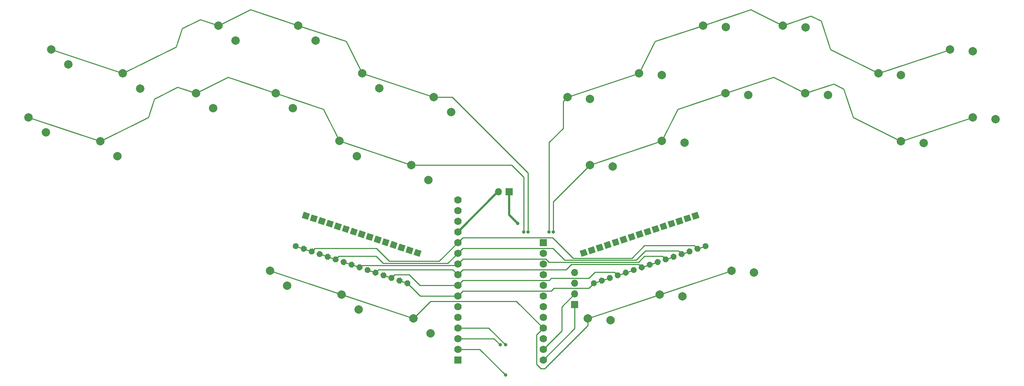
<source format=gbr>
G04 #@! TF.GenerationSoftware,KiCad,Pcbnew,5.1.6*
G04 #@! TF.CreationDate,2020-06-14T17:45:57-05:00*
G04 #@! TF.ProjectId,steno-v2,7374656e-6f2d-4763-922e-6b696361645f,rev?*
G04 #@! TF.SameCoordinates,Original*
G04 #@! TF.FileFunction,Copper,L2,Bot*
G04 #@! TF.FilePolarity,Positive*
%FSLAX46Y46*%
G04 Gerber Fmt 4.6, Leading zero omitted, Abs format (unit mm)*
G04 Created by KiCad (PCBNEW 5.1.6) date 2020-06-14 17:45:57*
%MOMM*%
%LPD*%
G01*
G04 APERTURE LIST*
G04 #@! TA.AperFunction,ComponentPad*
%ADD10O,1.700000X1.700000*%
G04 #@! TD*
G04 #@! TA.AperFunction,ComponentPad*
%ADD11R,1.700000X1.700000*%
G04 #@! TD*
G04 #@! TA.AperFunction,ComponentPad*
%ADD12C,2.000000*%
G04 #@! TD*
G04 #@! TA.AperFunction,ComponentPad*
%ADD13C,1.778000*%
G04 #@! TD*
G04 #@! TA.AperFunction,ComponentPad*
%ADD14R,1.778000X1.778000*%
G04 #@! TD*
G04 #@! TA.AperFunction,ComponentPad*
%ADD15C,0.100000*%
G04 #@! TD*
G04 #@! TA.AperFunction,ViaPad*
%ADD16C,0.800000*%
G04 #@! TD*
G04 #@! TA.AperFunction,Conductor*
%ADD17C,0.508000*%
G04 #@! TD*
G04 #@! TA.AperFunction,Conductor*
%ADD18C,0.254000*%
G04 #@! TD*
G04 APERTURE END LIST*
D10*
X152920841Y-84117558D03*
D11*
X155460841Y-84117558D03*
D12*
X174185297Y-114215662D03*
X179592540Y-114630056D03*
D13*
X143244902Y-86019035D03*
X143244902Y-88559035D03*
X143244902Y-91099035D03*
X143244902Y-93639035D03*
X143244902Y-96179035D03*
X143244902Y-98719035D03*
X143244902Y-101259035D03*
X143244902Y-103799035D03*
X143244902Y-106339035D03*
X143244902Y-108879035D03*
X143244902Y-111419035D03*
X143244902Y-113959035D03*
X143244902Y-116499035D03*
X143244902Y-119039035D03*
X143244902Y-121579035D03*
D14*
X143244902Y-124119035D03*
D13*
X163564902Y-98719035D03*
D14*
X163564902Y-96179035D03*
D13*
X163564902Y-101259035D03*
X163564902Y-103799035D03*
X163564902Y-106339035D03*
X163564902Y-108879035D03*
X163564902Y-111419035D03*
X163564902Y-113959035D03*
X163564902Y-116499035D03*
X163564902Y-119039035D03*
X163564902Y-121579035D03*
X163564902Y-124119035D03*
D12*
X248682673Y-72044686D03*
X254089916Y-72459080D03*
D10*
X171060841Y-108377559D03*
X171060841Y-105837559D03*
X171060841Y-103297559D03*
D11*
X171060841Y-110917559D03*
G04 #@! TA.AperFunction,ComponentPad*
D15*
G36*
X119899204Y-93258742D02*
G01*
X121322518Y-93732216D01*
X120849044Y-95155530D01*
X119425730Y-94682056D01*
X119899204Y-93258742D01*
G37*
G04 #@! TD.AperFunction*
G04 #@! TA.AperFunction,ComponentPad*
G36*
G01*
X118205615Y-100725914D02*
X118205615Y-100725914D01*
G75*
G02*
X118680535Y-101674308I-236737J-711657D01*
G01*
X118680535Y-101674308D01*
G75*
G02*
X117732141Y-102149228I-711657J236737D01*
G01*
X117732141Y-102149228D01*
G75*
G02*
X117257221Y-101200834I236737J711657D01*
G01*
X117257221Y-101200834D01*
G75*
G02*
X118205615Y-100725914I711657J-236737D01*
G01*
G37*
G04 #@! TD.AperFunction*
G04 #@! TA.AperFunction,ComponentPad*
G36*
X106614941Y-88839657D02*
G01*
X108038255Y-89313131D01*
X107564781Y-90736445D01*
X106141467Y-90262971D01*
X106614941Y-88839657D01*
G37*
G04 #@! TD.AperFunction*
G04 #@! TA.AperFunction,ComponentPad*
G36*
G01*
X104921352Y-96306829D02*
X104921352Y-96306829D01*
G75*
G02*
X105396272Y-97255223I-236737J-711657D01*
G01*
X105396272Y-97255223D01*
G75*
G02*
X104447878Y-97730143I-711657J236737D01*
G01*
X104447878Y-97730143D01*
G75*
G02*
X103972958Y-96781749I236737J711657D01*
G01*
X103972958Y-96781749D01*
G75*
G02*
X104921352Y-96306829I711657J-236737D01*
G01*
G37*
G04 #@! TD.AperFunction*
G04 #@! TA.AperFunction,ComponentPad*
G36*
X121796956Y-93890043D02*
G01*
X123220270Y-94363517D01*
X122746796Y-95786831D01*
X121323482Y-95313357D01*
X121796956Y-93890043D01*
G37*
G04 #@! TD.AperFunction*
G04 #@! TA.AperFunction,ComponentPad*
G36*
G01*
X120103367Y-101357215D02*
X120103367Y-101357215D01*
G75*
G02*
X120578287Y-102305609I-236737J-711657D01*
G01*
X120578287Y-102305609D01*
G75*
G02*
X119629893Y-102780529I-711657J236737D01*
G01*
X119629893Y-102780529D01*
G75*
G02*
X119154973Y-101832135I236737J711657D01*
G01*
X119154973Y-101832135D01*
G75*
G02*
X120103367Y-101357215I711657J-236737D01*
G01*
G37*
G04 #@! TD.AperFunction*
G04 #@! TA.AperFunction,ComponentPad*
G36*
X129387965Y-96415235D02*
G01*
X130811279Y-96888709D01*
X130337805Y-98312023D01*
X128914491Y-97838549D01*
X129387965Y-96415235D01*
G37*
G04 #@! TD.AperFunction*
G04 #@! TA.AperFunction,ComponentPad*
G36*
G01*
X127694376Y-103882407D02*
X127694376Y-103882407D01*
G75*
G02*
X128169296Y-104830801I-236737J-711657D01*
G01*
X128169296Y-104830801D01*
G75*
G02*
X127220902Y-105305721I-711657J236737D01*
G01*
X127220902Y-105305721D01*
G75*
G02*
X126745982Y-104357327I236737J711657D01*
G01*
X126745982Y-104357327D01*
G75*
G02*
X127694376Y-103882407I711657J-236737D01*
G01*
G37*
G04 #@! TD.AperFunction*
G04 #@! TA.AperFunction,ComponentPad*
G36*
X127490213Y-95783937D02*
G01*
X128913527Y-96257411D01*
X128440053Y-97680725D01*
X127016739Y-97207251D01*
X127490213Y-95783937D01*
G37*
G04 #@! TD.AperFunction*
G04 #@! TA.AperFunction,ComponentPad*
G36*
G01*
X125796624Y-103251109D02*
X125796624Y-103251109D01*
G75*
G02*
X126271544Y-104199503I-236737J-711657D01*
G01*
X126271544Y-104199503D01*
G75*
G02*
X125323150Y-104674423I-711657J236737D01*
G01*
X125323150Y-104674423D01*
G75*
G02*
X124848230Y-103726029I236737J711657D01*
G01*
X124848230Y-103726029D01*
G75*
G02*
X125796624Y-103251109I711657J-236737D01*
G01*
G37*
G04 #@! TD.AperFunction*
G04 #@! TA.AperFunction,ComponentPad*
G36*
X108512692Y-89470956D02*
G01*
X109936006Y-89944430D01*
X109462532Y-91367744D01*
X108039218Y-90894270D01*
X108512692Y-89470956D01*
G37*
G04 #@! TD.AperFunction*
G04 #@! TA.AperFunction,ComponentPad*
G36*
G01*
X106819103Y-96938128D02*
X106819103Y-96938128D01*
G75*
G02*
X107294023Y-97886522I-236737J-711657D01*
G01*
X107294023Y-97886522D01*
G75*
G02*
X106345629Y-98361442I-711657J236737D01*
G01*
X106345629Y-98361442D01*
G75*
G02*
X105870709Y-97413048I236737J711657D01*
G01*
X105870709Y-97413048D01*
G75*
G02*
X106819103Y-96938128I711657J-236737D01*
G01*
G37*
G04 #@! TD.AperFunction*
G04 #@! TA.AperFunction,ComponentPad*
G36*
X125592461Y-95152640D02*
G01*
X127015775Y-95626114D01*
X126542301Y-97049428D01*
X125118987Y-96575954D01*
X125592461Y-95152640D01*
G37*
G04 #@! TD.AperFunction*
G04 #@! TA.AperFunction,ComponentPad*
G36*
G01*
X123898872Y-102619812D02*
X123898872Y-102619812D01*
G75*
G02*
X124373792Y-103568206I-236737J-711657D01*
G01*
X124373792Y-103568206D01*
G75*
G02*
X123425398Y-104043126I-711657J236737D01*
G01*
X123425398Y-104043126D01*
G75*
G02*
X122950478Y-103094732I236737J711657D01*
G01*
X122950478Y-103094732D01*
G75*
G02*
X123898872Y-102619812I711657J-236737D01*
G01*
G37*
G04 #@! TD.AperFunction*
G04 #@! TA.AperFunction,ComponentPad*
G36*
X110410444Y-90102255D02*
G01*
X111833758Y-90575729D01*
X111360284Y-91999043D01*
X109936970Y-91525569D01*
X110410444Y-90102255D01*
G37*
G04 #@! TD.AperFunction*
G04 #@! TA.AperFunction,ComponentPad*
G36*
G01*
X108716855Y-97569427D02*
X108716855Y-97569427D01*
G75*
G02*
X109191775Y-98517821I-236737J-711657D01*
G01*
X109191775Y-98517821D01*
G75*
G02*
X108243381Y-98992741I-711657J236737D01*
G01*
X108243381Y-98992741D01*
G75*
G02*
X107768461Y-98044347I236737J711657D01*
G01*
X107768461Y-98044347D01*
G75*
G02*
X108716855Y-97569427I711657J-236737D01*
G01*
G37*
G04 #@! TD.AperFunction*
G04 #@! TA.AperFunction,ComponentPad*
G36*
X131289759Y-97049975D02*
G01*
X132713073Y-97523449D01*
X132239599Y-98946763D01*
X130816285Y-98473289D01*
X131289759Y-97049975D01*
G37*
G04 #@! TD.AperFunction*
G04 #@! TA.AperFunction,ComponentPad*
G36*
G01*
X129596170Y-104517147D02*
X129596170Y-104517147D01*
G75*
G02*
X130071090Y-105465541I-236737J-711657D01*
G01*
X130071090Y-105465541D01*
G75*
G02*
X129122696Y-105940461I-711657J236737D01*
G01*
X129122696Y-105940461D01*
G75*
G02*
X128647776Y-104992067I236737J711657D01*
G01*
X128647776Y-104992067D01*
G75*
G02*
X129596170Y-104517147I711657J-236737D01*
G01*
G37*
G04 #@! TD.AperFunction*
G04 #@! TA.AperFunction,ComponentPad*
G36*
X123694707Y-94521341D02*
G01*
X125118021Y-94994815D01*
X124644547Y-96418129D01*
X123221233Y-95944655D01*
X123694707Y-94521341D01*
G37*
G04 #@! TD.AperFunction*
G04 #@! TA.AperFunction,ComponentPad*
G36*
G01*
X122001118Y-101988513D02*
X122001118Y-101988513D01*
G75*
G02*
X122476038Y-102936907I-236737J-711657D01*
G01*
X122476038Y-102936907D01*
G75*
G02*
X121527644Y-103411827I-711657J236737D01*
G01*
X121527644Y-103411827D01*
G75*
G02*
X121052724Y-102463433I236737J711657D01*
G01*
X121052724Y-102463433D01*
G75*
G02*
X122001118Y-101988513I711657J-236737D01*
G01*
G37*
G04 #@! TD.AperFunction*
G04 #@! TA.AperFunction,ComponentPad*
G36*
X116107742Y-91999590D02*
G01*
X117531056Y-92473064D01*
X117057582Y-93896378D01*
X115634268Y-93422904D01*
X116107742Y-91999590D01*
G37*
G04 #@! TD.AperFunction*
G04 #@! TA.AperFunction,ComponentPad*
G36*
G01*
X114414153Y-99466762D02*
X114414153Y-99466762D01*
G75*
G02*
X114889073Y-100415156I-236737J-711657D01*
G01*
X114889073Y-100415156D01*
G75*
G02*
X113940679Y-100890076I-711657J236737D01*
G01*
X113940679Y-100890076D01*
G75*
G02*
X113465759Y-99941682I236737J711657D01*
G01*
X113465759Y-99941682D01*
G75*
G02*
X114414153Y-99466762I711657J-236737D01*
G01*
G37*
G04 #@! TD.AperFunction*
G04 #@! TA.AperFunction,ComponentPad*
G36*
X114209991Y-91368292D02*
G01*
X115633305Y-91841766D01*
X115159831Y-93265080D01*
X113736517Y-92791606D01*
X114209991Y-91368292D01*
G37*
G04 #@! TD.AperFunction*
G04 #@! TA.AperFunction,ComponentPad*
G36*
G01*
X112516402Y-98835464D02*
X112516402Y-98835464D01*
G75*
G02*
X112991322Y-99783858I-236737J-711657D01*
G01*
X112991322Y-99783858D01*
G75*
G02*
X112042928Y-100258778I-711657J236737D01*
G01*
X112042928Y-100258778D01*
G75*
G02*
X111568008Y-99310384I236737J711657D01*
G01*
X111568008Y-99310384D01*
G75*
G02*
X112516402Y-98835464I711657J-236737D01*
G01*
G37*
G04 #@! TD.AperFunction*
G04 #@! TA.AperFunction,ComponentPad*
G36*
X118001452Y-92627447D02*
G01*
X119424766Y-93100921D01*
X118951292Y-94524235D01*
X117527978Y-94050761D01*
X118001452Y-92627447D01*
G37*
G04 #@! TD.AperFunction*
G04 #@! TA.AperFunction,ComponentPad*
G36*
G01*
X116307863Y-100094619D02*
X116307863Y-100094619D01*
G75*
G02*
X116782783Y-101043013I-236737J-711657D01*
G01*
X116782783Y-101043013D01*
G75*
G02*
X115834389Y-101517933I-711657J236737D01*
G01*
X115834389Y-101517933D01*
G75*
G02*
X115359469Y-100569539I236737J711657D01*
G01*
X115359469Y-100569539D01*
G75*
G02*
X116307863Y-100094619I711657J-236737D01*
G01*
G37*
G04 #@! TD.AperFunction*
G04 #@! TA.AperFunction,ComponentPad*
G36*
X112312239Y-90736994D02*
G01*
X113735553Y-91210468D01*
X113262079Y-92633782D01*
X111838765Y-92160308D01*
X112312239Y-90736994D01*
G37*
G04 #@! TD.AperFunction*
G04 #@! TA.AperFunction,ComponentPad*
G36*
G01*
X110618650Y-98204166D02*
X110618650Y-98204166D01*
G75*
G02*
X111093570Y-99152560I-236737J-711657D01*
G01*
X111093570Y-99152560D01*
G75*
G02*
X110145176Y-99627480I-711657J236737D01*
G01*
X110145176Y-99627480D01*
G75*
G02*
X109670256Y-98679086I236737J711657D01*
G01*
X109670256Y-98679086D01*
G75*
G02*
X110618650Y-98204166I711657J-236737D01*
G01*
G37*
G04 #@! TD.AperFunction*
G04 #@! TA.AperFunction,ComponentPad*
G36*
X133187511Y-97681273D02*
G01*
X134610825Y-98154747D01*
X134137351Y-99578061D01*
X132714037Y-99104587D01*
X133187511Y-97681273D01*
G37*
G04 #@! TD.AperFunction*
G04 #@! TA.AperFunction,ComponentPad*
G36*
G01*
X131493922Y-105148445D02*
X131493922Y-105148445D01*
G75*
G02*
X131968842Y-106096839I-236737J-711657D01*
G01*
X131968842Y-106096839D01*
G75*
G02*
X131020448Y-106571759I-711657J236737D01*
G01*
X131020448Y-106571759D01*
G75*
G02*
X130545528Y-105623365I236737J711657D01*
G01*
X130545528Y-105623365D01*
G75*
G02*
X131493922Y-105148445I711657J-236737D01*
G01*
G37*
G04 #@! TD.AperFunction*
D12*
X243316639Y-55913793D03*
X248723882Y-56328187D03*
X174681917Y-77691649D03*
X180089160Y-78106043D03*
X191265065Y-108533979D03*
X196672308Y-108948373D03*
X191761685Y-72009968D03*
X197168928Y-72424362D03*
X265762440Y-66363005D03*
X271169683Y-66777399D03*
X260396407Y-50232112D03*
X265803650Y-50646506D03*
X208344833Y-102852295D03*
X213752076Y-103266689D03*
X225921222Y-60646604D03*
X231328465Y-61060998D03*
X206947561Y-60635027D03*
X212354804Y-61049421D03*
X220555188Y-44515708D03*
X225962431Y-44930102D03*
X201581528Y-44504135D03*
X206988771Y-44918529D03*
X186395652Y-55879074D03*
X191802895Y-56293468D03*
X169315882Y-61560757D03*
X174723125Y-61975151D03*
G04 #@! TA.AperFunction,ComponentPad*
D15*
G36*
X176061610Y-96887519D02*
G01*
X177484924Y-96414045D01*
X177958398Y-97837359D01*
X176535084Y-98310833D01*
X176061610Y-96887519D01*
G37*
G04 #@! TD.AperFunction*
G04 #@! TA.AperFunction,ComponentPad*
G36*
G01*
X179178513Y-103881217D02*
X179178513Y-103881217D01*
G75*
G02*
X180126907Y-104356137I236737J-711657D01*
G01*
X180126907Y-104356137D01*
G75*
G02*
X179651987Y-105304531I-711657J-236737D01*
G01*
X179651987Y-105304531D01*
G75*
G02*
X178703593Y-104829611I-236737J711657D01*
G01*
X178703593Y-104829611D01*
G75*
G02*
X179178513Y-103881217I711657J236737D01*
G01*
G37*
G04 #@! TD.AperFunction*
G04 #@! TA.AperFunction,ComponentPad*
G36*
X179857114Y-95624926D02*
G01*
X181280428Y-95151452D01*
X181753902Y-96574766D01*
X180330588Y-97048240D01*
X179857114Y-95624926D01*
G37*
G04 #@! TD.AperFunction*
G04 #@! TA.AperFunction,ComponentPad*
G36*
G01*
X182974017Y-102618624D02*
X182974017Y-102618624D01*
G75*
G02*
X183922411Y-103093544I236737J-711657D01*
G01*
X183922411Y-103093544D01*
G75*
G02*
X183447491Y-104041938I-711657J-236737D01*
G01*
X183447491Y-104041938D01*
G75*
G02*
X182499097Y-103567018I-236737J711657D01*
G01*
X182499097Y-103567018D01*
G75*
G02*
X182974017Y-102618624I711657J236737D01*
G01*
G37*
G04 #@! TD.AperFunction*
G04 #@! TA.AperFunction,ComponentPad*
G36*
X185550370Y-93731030D02*
G01*
X186973684Y-93257556D01*
X187447158Y-94680870D01*
X186023844Y-95154344D01*
X185550370Y-93731030D01*
G37*
G04 #@! TD.AperFunction*
G04 #@! TA.AperFunction,ComponentPad*
G36*
G01*
X188667273Y-100724728D02*
X188667273Y-100724728D01*
G75*
G02*
X189615667Y-101199648I236737J-711657D01*
G01*
X189615667Y-101199648D01*
G75*
G02*
X189140747Y-102148042I-711657J-236737D01*
G01*
X189140747Y-102148042D01*
G75*
G02*
X188192353Y-101673122I-236737J711657D01*
G01*
X188192353Y-101673122D01*
G75*
G02*
X188667273Y-100724728I711657J236737D01*
G01*
G37*
G04 #@! TD.AperFunction*
G04 #@! TA.AperFunction,ComponentPad*
G36*
X191243625Y-91837137D02*
G01*
X192666939Y-91363663D01*
X193140413Y-92786977D01*
X191717099Y-93260451D01*
X191243625Y-91837137D01*
G37*
G04 #@! TD.AperFunction*
G04 #@! TA.AperFunction,ComponentPad*
G36*
G01*
X194360528Y-98830835D02*
X194360528Y-98830835D01*
G75*
G02*
X195308922Y-99305755I236737J-711657D01*
G01*
X195308922Y-99305755D01*
G75*
G02*
X194834002Y-100254149I-711657J-236737D01*
G01*
X194834002Y-100254149D01*
G75*
G02*
X193885608Y-99779229I-236737J711657D01*
G01*
X193885608Y-99779229D01*
G75*
G02*
X194360528Y-98830835I711657J236737D01*
G01*
G37*
G04 #@! TD.AperFunction*
G04 #@! TA.AperFunction,ComponentPad*
G36*
X195039130Y-90574536D02*
G01*
X196462444Y-90101062D01*
X196935918Y-91524376D01*
X195512604Y-91997850D01*
X195039130Y-90574536D01*
G37*
G04 #@! TD.AperFunction*
G04 #@! TA.AperFunction,ComponentPad*
G36*
G01*
X198156033Y-97568234D02*
X198156033Y-97568234D01*
G75*
G02*
X199104427Y-98043154I236737J-711657D01*
G01*
X199104427Y-98043154D01*
G75*
G02*
X198629507Y-98991548I-711657J-236737D01*
G01*
X198629507Y-98991548D01*
G75*
G02*
X197681113Y-98516628I-236737J711657D01*
G01*
X197681113Y-98516628D01*
G75*
G02*
X198156033Y-97568234I711657J236737D01*
G01*
G37*
G04 #@! TD.AperFunction*
G04 #@! TA.AperFunction,ComponentPad*
G36*
X193141378Y-91205839D02*
G01*
X194564692Y-90732365D01*
X195038166Y-92155679D01*
X193614852Y-92629153D01*
X193141378Y-91205839D01*
G37*
G04 #@! TD.AperFunction*
G04 #@! TA.AperFunction,ComponentPad*
G36*
G01*
X196258281Y-98199537D02*
X196258281Y-98199537D01*
G75*
G02*
X197206675Y-98674457I236737J-711657D01*
G01*
X197206675Y-98674457D01*
G75*
G02*
X196731755Y-99622851I-711657J-236737D01*
G01*
X196731755Y-99622851D01*
G75*
G02*
X195783361Y-99147931I-236737J711657D01*
G01*
X195783361Y-99147931D01*
G75*
G02*
X196258281Y-98199537I711657J236737D01*
G01*
G37*
G04 #@! TD.AperFunction*
G04 #@! TA.AperFunction,ComponentPad*
G36*
X196936883Y-89943241D02*
G01*
X198360197Y-89469767D01*
X198833671Y-90893081D01*
X197410357Y-91366555D01*
X196936883Y-89943241D01*
G37*
G04 #@! TD.AperFunction*
G04 #@! TA.AperFunction,ComponentPad*
G36*
G01*
X200053786Y-96936939D02*
X200053786Y-96936939D01*
G75*
G02*
X201002180Y-97411859I236737J-711657D01*
G01*
X201002180Y-97411859D01*
G75*
G02*
X200527260Y-98360253I-711657J-236737D01*
G01*
X200527260Y-98360253D01*
G75*
G02*
X199578866Y-97885333I-236737J711657D01*
G01*
X199578866Y-97885333D01*
G75*
G02*
X200053786Y-96936939I711657J236737D01*
G01*
G37*
G04 #@! TD.AperFunction*
G04 #@! TA.AperFunction,ComponentPad*
G36*
X172266105Y-98150117D02*
G01*
X173689419Y-97676643D01*
X174162893Y-99099957D01*
X172739579Y-99573431D01*
X172266105Y-98150117D01*
G37*
G04 #@! TD.AperFunction*
G04 #@! TA.AperFunction,ComponentPad*
G36*
G01*
X175383008Y-105143815D02*
X175383008Y-105143815D01*
G75*
G02*
X176331402Y-105618735I236737J-711657D01*
G01*
X176331402Y-105618735D01*
G75*
G02*
X175856482Y-106567129I-711657J-236737D01*
G01*
X175856482Y-106567129D01*
G75*
G02*
X174908088Y-106092209I-236737J711657D01*
G01*
X174908088Y-106092209D01*
G75*
G02*
X175383008Y-105143815I711657J236737D01*
G01*
G37*
G04 #@! TD.AperFunction*
G04 #@! TA.AperFunction,ComponentPad*
G36*
X181754868Y-94993628D02*
G01*
X183178182Y-94520154D01*
X183651656Y-95943468D01*
X182228342Y-96416942D01*
X181754868Y-94993628D01*
G37*
G04 #@! TD.AperFunction*
G04 #@! TA.AperFunction,ComponentPad*
G36*
G01*
X184871771Y-101987326D02*
X184871771Y-101987326D01*
G75*
G02*
X185820165Y-102462246I236737J-711657D01*
G01*
X185820165Y-102462246D01*
G75*
G02*
X185345245Y-103410640I-711657J-236737D01*
G01*
X185345245Y-103410640D01*
G75*
G02*
X184396851Y-102935720I-236737J711657D01*
G01*
X184396851Y-102935720D01*
G75*
G02*
X184871771Y-101987326I711657J236737D01*
G01*
G37*
G04 #@! TD.AperFunction*
G04 #@! TA.AperFunction,ComponentPad*
G36*
X187448121Y-93099733D02*
G01*
X188871435Y-92626259D01*
X189344909Y-94049573D01*
X187921595Y-94523047D01*
X187448121Y-93099733D01*
G37*
G04 #@! TD.AperFunction*
G04 #@! TA.AperFunction,ComponentPad*
G36*
G01*
X190565024Y-100093431D02*
X190565024Y-100093431D01*
G75*
G02*
X191513418Y-100568351I236737J-711657D01*
G01*
X191513418Y-100568351D01*
G75*
G02*
X191038498Y-101516745I-711657J-236737D01*
G01*
X191038498Y-101516745D01*
G75*
G02*
X190090104Y-101041825I-236737J711657D01*
G01*
X190090104Y-101041825D01*
G75*
G02*
X190565024Y-100093431I711657J236737D01*
G01*
G37*
G04 #@! TD.AperFunction*
D12*
X46476482Y-50233302D03*
X50557999Y-53804186D03*
X41110371Y-66364169D03*
X45191888Y-69935053D03*
G04 #@! TA.AperFunction,ComponentPad*
D15*
G36*
X183652618Y-94362328D02*
G01*
X185075932Y-93888854D01*
X185549406Y-95312168D01*
X184126092Y-95785642D01*
X183652618Y-94362328D01*
G37*
G04 #@! TD.AperFunction*
G04 #@! TA.AperFunction,ComponentPad*
G36*
G01*
X186769521Y-101356026D02*
X186769521Y-101356026D01*
G75*
G02*
X187717915Y-101830946I236737J-711657D01*
G01*
X187717915Y-101830946D01*
G75*
G02*
X187242995Y-102779340I-711657J-236737D01*
G01*
X187242995Y-102779340D01*
G75*
G02*
X186294601Y-102304420I-236737J711657D01*
G01*
X186294601Y-102304420D01*
G75*
G02*
X186769521Y-101356026I711657J236737D01*
G01*
G37*
G04 #@! TD.AperFunction*
G04 #@! TA.AperFunction,ComponentPad*
G36*
X189345874Y-92468433D02*
G01*
X190769188Y-91994959D01*
X191242662Y-93418273D01*
X189819348Y-93891747D01*
X189345874Y-92468433D01*
G37*
G04 #@! TD.AperFunction*
G04 #@! TA.AperFunction,ComponentPad*
G36*
G01*
X192462777Y-99462131D02*
X192462777Y-99462131D01*
G75*
G02*
X193411171Y-99937051I236737J-711657D01*
G01*
X193411171Y-99937051D01*
G75*
G02*
X192936251Y-100885445I-711657J-236737D01*
G01*
X192936251Y-100885445D01*
G75*
G02*
X191987857Y-100410525I-236737J711657D01*
G01*
X191987857Y-100410525D01*
G75*
G02*
X192462777Y-99462131I711657J236737D01*
G01*
G37*
G04 #@! TD.AperFunction*
G04 #@! TA.AperFunction,ComponentPad*
G36*
X174163857Y-97518820D02*
G01*
X175587171Y-97045346D01*
X176060645Y-98468660D01*
X174637331Y-98942134D01*
X174163857Y-97518820D01*
G37*
G04 #@! TD.AperFunction*
G04 #@! TA.AperFunction,ComponentPad*
G36*
G01*
X177280760Y-104512518D02*
X177280760Y-104512518D01*
G75*
G02*
X178229154Y-104987438I236737J-711657D01*
G01*
X178229154Y-104987438D01*
G75*
G02*
X177754234Y-105935832I-711657J-236737D01*
G01*
X177754234Y-105935832D01*
G75*
G02*
X176805840Y-105460912I-236737J711657D01*
G01*
X176805840Y-105460912D01*
G75*
G02*
X177280760Y-104512518I711657J236737D01*
G01*
G37*
G04 #@! TD.AperFunction*
D12*
X132691632Y-114220293D03*
X136773149Y-117791177D03*
X115611867Y-108538608D03*
X119693384Y-112109492D03*
X98532097Y-102856922D03*
X102613614Y-106427806D03*
X132187881Y-77688320D03*
X136269398Y-81259204D03*
X115111202Y-72011157D03*
X119192719Y-75582041D03*
X99925328Y-60636217D03*
X104006845Y-64207101D03*
X80951665Y-60647791D03*
X85033182Y-64218675D03*
X58190215Y-72045877D03*
X62271732Y-75616761D03*
X137557003Y-61561946D03*
X141638520Y-65132830D03*
X120477233Y-55880264D03*
X124558750Y-59451148D03*
X105291358Y-44505325D03*
X109372875Y-48076209D03*
X86317698Y-44516898D03*
X90399215Y-48087782D03*
X63556247Y-55914985D03*
X67637764Y-59485869D03*
G04 #@! TA.AperFunction,ComponentPad*
D15*
G36*
X198834636Y-89311944D02*
G01*
X200257950Y-88838470D01*
X200731424Y-90261784D01*
X199308110Y-90735258D01*
X198834636Y-89311944D01*
G37*
G04 #@! TD.AperFunction*
G04 #@! TA.AperFunction,ComponentPad*
G36*
G01*
X201951539Y-96305642D02*
X201951539Y-96305642D01*
G75*
G02*
X202899933Y-96780562I236737J-711657D01*
G01*
X202899933Y-96780562D01*
G75*
G02*
X202425013Y-97728956I-711657J-236737D01*
G01*
X202425013Y-97728956D01*
G75*
G02*
X201476619Y-97254036I-236737J711657D01*
G01*
X201476619Y-97254036D01*
G75*
G02*
X201951539Y-96305642I711657J236737D01*
G01*
G37*
G04 #@! TD.AperFunction*
G04 #@! TA.AperFunction,ComponentPad*
G36*
X177959362Y-96256221D02*
G01*
X179382676Y-95782747D01*
X179856150Y-97206061D01*
X178432836Y-97679535D01*
X177959362Y-96256221D01*
G37*
G04 #@! TD.AperFunction*
G04 #@! TA.AperFunction,ComponentPad*
G36*
G01*
X181076265Y-103249919D02*
X181076265Y-103249919D01*
G75*
G02*
X182024659Y-103724839I236737J-711657D01*
G01*
X182024659Y-103724839D01*
G75*
G02*
X181549739Y-104673233I-711657J-236737D01*
G01*
X181549739Y-104673233D01*
G75*
G02*
X180601345Y-104198313I-236737J711657D01*
G01*
X180601345Y-104198313D01*
G75*
G02*
X181076265Y-103249919I711657J236737D01*
G01*
G37*
G04 #@! TD.AperFunction*
D16*
X158960826Y-93617558D03*
X159960841Y-93617558D03*
X157460841Y-91617559D03*
X154595841Y-120517558D03*
X164960841Y-93617558D03*
X165960841Y-93617558D03*
X154595841Y-127717559D03*
X153325840Y-120517559D03*
D17*
X152766379Y-84117558D02*
X152920841Y-84117559D01*
X143244901Y-93639036D02*
X152766379Y-84117558D01*
D18*
X200290524Y-97648597D02*
X200290523Y-97648596D01*
X202188276Y-97017300D02*
X200290524Y-97648597D01*
X105691051Y-97353284D02*
X108480119Y-98281085D01*
X104684614Y-97018486D02*
X105691051Y-97353284D01*
X138806379Y-100617558D02*
X143244902Y-96179036D01*
X126960841Y-100617559D02*
X138806379Y-100617558D01*
X123874368Y-97531086D02*
X126960841Y-100617559D01*
X109230117Y-97531086D02*
X123874368Y-97531086D01*
X108480118Y-98281084D02*
X109230117Y-97531086D01*
X199540524Y-96898597D02*
X200290523Y-97648595D01*
X170743723Y-99900440D02*
X184677959Y-99900441D01*
X165806317Y-94963034D02*
X170743723Y-99900440D01*
X187679803Y-96898596D02*
X199540524Y-96898597D01*
X184677959Y-99900441D02*
X187679803Y-96898596D01*
X144460903Y-94963035D02*
X165806317Y-94963034D01*
X143244902Y-96179036D02*
X144460903Y-94963035D01*
X196495019Y-98911191D02*
X196495017Y-98911194D01*
X198392770Y-98279892D02*
X196495019Y-98911191D01*
X110381912Y-98915823D02*
X114177417Y-100178420D01*
X140846379Y-101117558D02*
X143244901Y-98719036D01*
X125460841Y-101117558D02*
X140846379Y-101117558D01*
X123771703Y-99428421D02*
X125460841Y-101117558D01*
X114927415Y-99428421D02*
X123771703Y-99428421D01*
X114177416Y-100178419D02*
X114927415Y-99428421D01*
X195745019Y-98161195D02*
X187917204Y-98161196D01*
X196495018Y-98911195D02*
X195745019Y-98161195D01*
X187917204Y-98161196D02*
X185723948Y-100354452D01*
X185723948Y-100354452D02*
X168697734Y-100354452D01*
X144460903Y-97503034D02*
X143244901Y-98719036D01*
X165846316Y-97503035D02*
X144460903Y-97503034D01*
X168697734Y-100354452D02*
X165846316Y-97503035D01*
X192699516Y-100173790D02*
X192699514Y-100173788D01*
X194597265Y-99542492D02*
X192699516Y-100173790D01*
X119866628Y-102068871D02*
X119866629Y-102068872D01*
X116071126Y-100806277D02*
X119866628Y-102068871D01*
X142880768Y-101623169D02*
X143244902Y-101259036D01*
X120312332Y-101623169D02*
X142880768Y-101623169D01*
X119866629Y-102068872D02*
X120312332Y-101623169D01*
X164148583Y-100043035D02*
X144460903Y-100043035D01*
X144460903Y-100043035D02*
X143244902Y-101259036D01*
X186269937Y-100808463D02*
X164914011Y-100808462D01*
X187654610Y-99423789D02*
X186269937Y-100808463D01*
X164914011Y-100808462D02*
X164148583Y-100043035D01*
X191949515Y-99423790D02*
X187654610Y-99423789D01*
X192699514Y-100173788D02*
X191949515Y-99423790D01*
X190801763Y-100805087D02*
X187006258Y-102067684D01*
X123662135Y-103331467D02*
X123662135Y-103331469D01*
X121764383Y-102700170D02*
X123662135Y-103331467D01*
X142027337Y-102581471D02*
X143244902Y-103799036D01*
X124412134Y-102581471D02*
X142027337Y-102581471D01*
X123662135Y-103331469D02*
X124412134Y-102581471D01*
X170260716Y-101317684D02*
X186256259Y-101317683D01*
X143244902Y-103799036D02*
X144460903Y-102583034D01*
X186256259Y-101317683D02*
X187006258Y-102067683D01*
X144460903Y-102583034D02*
X168995365Y-102583035D01*
X168995365Y-102583035D02*
X170260716Y-101317684D01*
X181313005Y-103961578D02*
X181313002Y-103961578D01*
X185108507Y-102698983D02*
X181313005Y-103961578D01*
X125559887Y-103962766D02*
X127457640Y-104594065D01*
X134182318Y-106339036D02*
X143244902Y-106339036D01*
X131687349Y-103844065D02*
X134182318Y-106339036D01*
X128207638Y-103844066D02*
X131687349Y-103844065D01*
X127457639Y-104594064D02*
X128207638Y-103844066D01*
X181313002Y-103961576D02*
X180563003Y-103211577D01*
X180563003Y-103211577D02*
X175866822Y-103211577D01*
X175866822Y-103211577D02*
X174417842Y-104660558D01*
X174417842Y-104660558D02*
X165460841Y-104660558D01*
X165460841Y-104660558D02*
X164998364Y-105123034D01*
X164998364Y-105123034D02*
X144460903Y-105123034D01*
X144460903Y-105123034D02*
X143244902Y-106339036D01*
X41110370Y-66364168D02*
X58190216Y-72045876D01*
X58190216Y-72045876D02*
X69577166Y-66343717D01*
X69577166Y-66343717D02*
X71026970Y-61985445D01*
X76593394Y-59197989D02*
X80951665Y-60647792D01*
X71026970Y-61985445D02*
X76593394Y-59197989D01*
X88538815Y-56848429D02*
X99925328Y-60636218D01*
X80951665Y-60647792D02*
X88538815Y-56848429D01*
X111311840Y-64424007D02*
X115111202Y-72011156D01*
X99925328Y-60636218D02*
X111311840Y-64424007D01*
X132183694Y-77690417D02*
X132187880Y-77688321D01*
X115111202Y-72011156D02*
X132183694Y-77690417D01*
X158960826Y-80617544D02*
X158960826Y-93617558D01*
X156031603Y-77688320D02*
X158960826Y-80617544D01*
X132187881Y-77688321D02*
X156031603Y-77688320D01*
X132691628Y-114220285D02*
X132691631Y-114220291D01*
X98532097Y-102856920D02*
X132691628Y-114220285D01*
X175527210Y-113769264D02*
X208344832Y-102852295D01*
X174185297Y-114215661D02*
X175527210Y-113769264D01*
X163564902Y-116499036D02*
X157183425Y-110117558D01*
X136794367Y-110117558D02*
X132691632Y-114220293D01*
X157183425Y-110117558D02*
X136794367Y-110117558D01*
X174185297Y-115893103D02*
X174185297Y-114215662D01*
X163960840Y-126117559D02*
X174185297Y-115893103D01*
X162960840Y-126117559D02*
X163960840Y-126117559D01*
X161960841Y-118103096D02*
X161960841Y-125117559D01*
X161960841Y-125117559D02*
X162960840Y-126117559D01*
X163564902Y-116499036D02*
X161960841Y-118103096D01*
X179415249Y-104592875D02*
X175619746Y-105855472D01*
X129359434Y-105228804D02*
X131257185Y-105860102D01*
X134276118Y-108879036D02*
X131257185Y-105860102D01*
X143244902Y-108879036D02*
X134276118Y-108879036D01*
X144460903Y-107663034D02*
X143244902Y-108879036D01*
X165477975Y-107663035D02*
X144460903Y-107663034D01*
X166126450Y-107014560D02*
X165477975Y-107663035D01*
X174460658Y-107014559D02*
X166126450Y-107014560D01*
X175619746Y-105855471D02*
X174460658Y-107014559D01*
X137557003Y-61561945D02*
X120477233Y-55880263D01*
X116677871Y-48293112D02*
X120477233Y-55880263D01*
X105291359Y-44505324D02*
X116677871Y-48293112D01*
X93904848Y-40717536D02*
X105291359Y-44505324D01*
X86317698Y-44516895D02*
X93904848Y-40717536D01*
X63556248Y-55914984D02*
X76207725Y-49579596D01*
X76207725Y-49579596D02*
X77657529Y-45221326D01*
X81959430Y-43067094D02*
X86317698Y-44516895D01*
X77657529Y-45221326D02*
X81959430Y-43067094D01*
X63556246Y-55914982D02*
X63556248Y-55914984D01*
X46476481Y-50233302D02*
X63556246Y-55914982D01*
X159960841Y-79617558D02*
X159960841Y-93617558D01*
X141905228Y-61561945D02*
X159960841Y-79617558D01*
X137557003Y-61561945D02*
X141905228Y-61561945D01*
D17*
X155460841Y-89617559D02*
X157460841Y-91617559D01*
X155460841Y-84117558D02*
X155460841Y-89617559D01*
D18*
X163564902Y-121579036D02*
X167960841Y-117183097D01*
X167960841Y-111477559D02*
X171060841Y-108377558D01*
X167960841Y-117183097D02*
X167960841Y-111477559D01*
X171060841Y-116623096D02*
X171060841Y-110917558D01*
X163564902Y-124119036D02*
X171060841Y-116623096D01*
X150577318Y-116499035D02*
X154595841Y-120517558D01*
X143244902Y-116499035D02*
X150577318Y-116499035D01*
X259054494Y-50678504D02*
X243316639Y-55913792D01*
X260396407Y-50232110D02*
X259054494Y-50678504D01*
X227292210Y-42274600D02*
X220555188Y-44515708D01*
X229694805Y-43477731D02*
X227292210Y-42274600D01*
X231935913Y-50214749D02*
X229694805Y-43477731D01*
X243316639Y-55913792D02*
X231935913Y-50214749D01*
X212968037Y-40716344D02*
X220555188Y-44515708D01*
X201581528Y-44504134D02*
X212968037Y-40716344D01*
X190195014Y-48291922D02*
X186395652Y-55879074D01*
X201581528Y-44504134D02*
X190195014Y-48291922D01*
X186395652Y-55879074D02*
X169315882Y-61560757D01*
X164960841Y-72322456D02*
X164960841Y-93617558D01*
X169315882Y-61560757D02*
X168315883Y-62560756D01*
X168315883Y-62560756D02*
X168315883Y-68967413D01*
X168315883Y-68967413D02*
X164960841Y-72322456D01*
X191761682Y-72009966D02*
X191761686Y-72009967D01*
X174681918Y-77691648D02*
X191761682Y-72009966D01*
X195561048Y-64422814D02*
X191761686Y-72009967D01*
X206947560Y-60635026D02*
X195561048Y-64422814D01*
X218334067Y-56847239D02*
X225921222Y-60646603D01*
X206947560Y-60635026D02*
X218334067Y-56847239D01*
X225921222Y-60646603D02*
X232658246Y-58405495D01*
X232658246Y-58405495D02*
X235060839Y-59608622D01*
X237301948Y-66345643D02*
X248682671Y-72044685D01*
X235060839Y-59608622D02*
X237301948Y-66345643D01*
X250024585Y-71598290D02*
X265762439Y-66363004D01*
X248682671Y-72044685D02*
X250024585Y-71598290D01*
X174681917Y-77691648D02*
X165960841Y-86412724D01*
X165960841Y-86412724D02*
X165960841Y-93617558D01*
X148457318Y-121579035D02*
X154595841Y-127717559D01*
X143244902Y-121579035D02*
X148457318Y-121579035D01*
X151847318Y-119039036D02*
X153325840Y-120517559D01*
X143244902Y-119039035D02*
X151847318Y-119039036D01*
M02*

</source>
